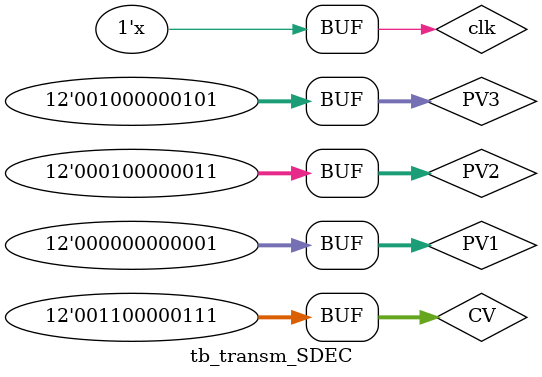
<source format=sv>
`timescale 1ps / 1ps

module tb_transm_SDEC;

logic clk; 
logic send; 

// Tasa bitrate AD1
logic divClk;

// Datos de entrada
logic [11:0] PV1 = 1;
logic [11:0] PV2 = 259;
logic [11:0] PV3 = 517;
logic [11:0] CV  = 775;

logic PV1_gen;
logic PV2_gen;
logic PV3_gen;

logic [11:0] PV1_rcv;
logic [11:0] PV2_rcv;
logic [11:0] PV3_rcv;

// Registro de entradas
logic capt_data;
logic [7:0] PV1_C_P1;
logic [7:0] PV1_C_P2;
logic [7:0] PV2_C_P1;
logic [7:0] PV2_C_P2;
logic [7:0] PV3_C_P1;
logic [7:0] PV3_C_P2;
logic [7:0] CV_C_P1;
logic [7:0] CV_C_P2;

logic [3:0] state_send = FLAG_1C1;
logic [7:0] data_out;

localparam FLAG_1C1 = 4'd0;
localparam FLAG_1C2 = 4'd1;
localparam FLAG_2C1 = 4'd2;
localparam FLAG_2C2 = 4'd3;
localparam FLAG_3C1 = 4'd4;
localparam FLAG_3C2 = 4'd5;
localparam FLAG_4C1 = 4'd6;
localparam FLAG_4C2 = 4'd7;
localparam T1_C_P1 = 4'd8;
localparam T1_C_P2 = 4'd9;
localparam T2_C_P1 = 4'd10;
localparam T2_C_P2 = 4'd11;
localparam T3_C_P1 = 4'd12;
localparam T3_C_P2 = 4'd13;
localparam DC_C_P1 = 4'd14;
localparam DC_C_P2 = 4'd15;

// Generación bits entrada AD1


// Recepción AD1

// clk divClk
divisor_f #(12)clk_divClk(  
//Entradas
    .clk(clk),
    .en_clk(1),
    //Salida
    .clk_out(divClk)               
);

serial_gen_AD gen1(
   .start(send),
   .clk(clk), 
   .divClk(divClk),
   .data0(PV1), 
   .data1(PV2), 
   .D0(PV1_gen), 
   .D1(PV2_gen)   
);

serial_gen_AD gen2(
   .start(send),
   .clk(clk), 
   .divClk(divClk),
   .data0(PV3), 
   .D0(PV3_gen)      
);


AD1_drive AD1_1 ( 
//entradas
    .start(send),
    .clk(clk), 
    .divClk(divClk),
    .D0(PV1_gen),
    .D1(PV2_gen),
    .data0(PV1_rcv),
    .data1(PV2_rcv)
);

AD1_drive AD1_2 ( 
//entradas
    .start(send),
    .clk(clk), 
    .divClk(divClk),
    .D0(PV3_gen),
    .data0(PV3_rcv)
);

// Captura de datos de salida
always_ff @(posedge clk) begin
    if (capt_data) begin
        PV1_C_P1[7:5] <= 0;
        PV1_C_P1[4:0] <= PV1_rcv[11:7];
        PV1_C_P2[7]   <= 0;
        PV1_C_P2[6:0] <= PV1_rcv[6:0];
        
        PV2_C_P1[7:5] <= 0;
        PV2_C_P1[4:0] <= PV2_rcv[11:7];
        PV2_C_P2[7]   <= 0;
        PV2_C_P2[6:0] <= PV2_rcv[6:0];
        
        PV3_C_P1[7:5] <= 0;
        PV3_C_P1[4:0] <= PV3_rcv[11:7];
        PV3_C_P2[7]   <= 0;
        PV3_C_P2[6:0] <= PV3_rcv[6:0];
        
        CV_C_P1[7] <= 0;
        CV_C_P1[6:0] <= CV[11:7];
        CV_C_P2[7]   <= 0;
        CV_C_P2[6:0] <= CV[6:0];
    end
end

// TRANSMISIÓN DE SEÑALES CONTINUA
always_ff @(posedge clk) begin
    if (send) begin
        
        case (state_send)
        
        FLAG_1C1: begin
            capt_data <= 1;
            data_out <= 255;
            state_send <= T1_C_P1;
        end
        T1_C_P1: begin
            capt_data <= 0;
            data_out <= PV1_C_P1;
            state_send <= FLAG_1C2;
        end
        FLAG_1C2: begin
            data_out <= 254;
            state_send <= T1_C_P2;
        end
        T1_C_P2: begin
            data_out <= PV1_C_P2;
            state_send <= FLAG_2C1;
        end
        FLAG_2C1: begin
            data_out <= 253;
            state_send <= T2_C_P1;
        end
        T2_C_P1: begin
            data_out <= PV2_C_P1;
            state_send <= FLAG_2C2;
        end
        FLAG_2C2: begin
            data_out <= 252;
            state_send <= T2_C_P2;
        end
        T2_C_P2: begin
            data_out <= PV2_C_P2;
            state_send <= FLAG_3C1;
        end
        FLAG_3C1: begin
            data_out <= 251;
            state_send <= T3_C_P1;
        end
        T3_C_P1: begin
            data_out <= PV3_C_P1;
            state_send <= FLAG_3C2;
        end
        FLAG_3C2: begin
            data_out <= 250;
            state_send <= T3_C_P2;
        end
        T3_C_P2: begin
            data_out <= PV3_C_P2;
            state_send <= FLAG_4C1;
        end
        FLAG_4C1: begin
            data_out <= 249;
            state_send <= DC_C_P1;
        end
        DC_C_P1: begin
            data_out <= CV_C_P1;
            state_send <= FLAG_4C2;
        end
        FLAG_4C2: begin
            data_out <= 248;
            state_send <= DC_C_P2;
        end
        DC_C_P2: begin
            data_out <= CV_C_P2;
            state_send <= FLAG_1C1;
        end
        default:
            state_send <= FLAG_1C1;    
        endcase
    end
end

//-- UNIDAD UART TX
uart_tx #(17, 408) TX1(
    .clk(clk),
    .mode(2'b01),
    .send(send),
    .dato(data_out),
    .tx(tx)
    );
    
initial begin
    clk = 0;
end 

always begin
    #5 clk = ~clk;
end

endmodule

</source>
